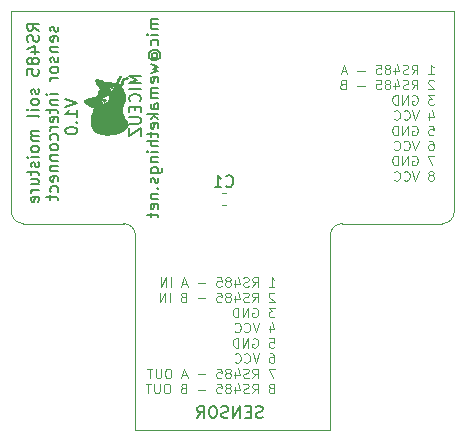
<source format=gbr>
G04 #@! TF.GenerationSoftware,KiCad,Pcbnew,5.99.0-unknown-06c979d~86~ubuntu18.04.1*
G04 #@! TF.CreationDate,2020-01-24T15:10:46+02:00*
G04 #@! TF.ProjectId,interconnect,696e7465-7263-46f6-9e6e-6563742e6b69,rev?*
G04 #@! TF.SameCoordinates,Original*
G04 #@! TF.FileFunction,Legend,Bot*
G04 #@! TF.FilePolarity,Positive*
%FSLAX46Y46*%
G04 Gerber Fmt 4.6, Leading zero omitted, Abs format (unit mm)*
G04 Created by KiCad (PCBNEW 5.99.0-unknown-06c979d~86~ubuntu18.04.1) date 2020-01-24 15:10:46*
%MOMM*%
%LPD*%
G04 APERTURE LIST*
%ADD10C,0.120000*%
%ADD11C,0.150000*%
%ADD12C,0.050000*%
%ADD13C,0.010000*%
%ADD14C,1.602000*%
%ADD15R,1.602000X1.602000*%
%ADD16C,3.302000*%
G04 APERTURE END LIST*
D10*
X113812476Y-102853904D02*
X114269619Y-102853904D01*
X114041047Y-102853904D02*
X114041047Y-102053904D01*
X114117238Y-102168190D01*
X114193428Y-102244380D01*
X114269619Y-102282476D01*
X112402952Y-102853904D02*
X112669619Y-102472952D01*
X112860095Y-102853904D02*
X112860095Y-102053904D01*
X112555333Y-102053904D01*
X112479142Y-102092000D01*
X112441047Y-102130095D01*
X112402952Y-102206285D01*
X112402952Y-102320571D01*
X112441047Y-102396761D01*
X112479142Y-102434857D01*
X112555333Y-102472952D01*
X112860095Y-102472952D01*
X112098190Y-102815809D02*
X111983904Y-102853904D01*
X111793428Y-102853904D01*
X111717238Y-102815809D01*
X111679142Y-102777714D01*
X111641047Y-102701523D01*
X111641047Y-102625333D01*
X111679142Y-102549142D01*
X111717238Y-102511047D01*
X111793428Y-102472952D01*
X111945809Y-102434857D01*
X112022000Y-102396761D01*
X112060095Y-102358666D01*
X112098190Y-102282476D01*
X112098190Y-102206285D01*
X112060095Y-102130095D01*
X112022000Y-102092000D01*
X111945809Y-102053904D01*
X111755333Y-102053904D01*
X111641047Y-102092000D01*
X110955333Y-102320571D02*
X110955333Y-102853904D01*
X111145809Y-102015809D02*
X111336285Y-102587238D01*
X110841047Y-102587238D01*
X110422000Y-102396761D02*
X110498190Y-102358666D01*
X110536285Y-102320571D01*
X110574380Y-102244380D01*
X110574380Y-102206285D01*
X110536285Y-102130095D01*
X110498190Y-102092000D01*
X110422000Y-102053904D01*
X110269619Y-102053904D01*
X110193428Y-102092000D01*
X110155333Y-102130095D01*
X110117238Y-102206285D01*
X110117238Y-102244380D01*
X110155333Y-102320571D01*
X110193428Y-102358666D01*
X110269619Y-102396761D01*
X110422000Y-102396761D01*
X110498190Y-102434857D01*
X110536285Y-102472952D01*
X110574380Y-102549142D01*
X110574380Y-102701523D01*
X110536285Y-102777714D01*
X110498190Y-102815809D01*
X110422000Y-102853904D01*
X110269619Y-102853904D01*
X110193428Y-102815809D01*
X110155333Y-102777714D01*
X110117238Y-102701523D01*
X110117238Y-102549142D01*
X110155333Y-102472952D01*
X110193428Y-102434857D01*
X110269619Y-102396761D01*
X109393428Y-102053904D02*
X109774380Y-102053904D01*
X109812476Y-102434857D01*
X109774380Y-102396761D01*
X109698190Y-102358666D01*
X109507714Y-102358666D01*
X109431523Y-102396761D01*
X109393428Y-102434857D01*
X109355333Y-102511047D01*
X109355333Y-102701523D01*
X109393428Y-102777714D01*
X109431523Y-102815809D01*
X109507714Y-102853904D01*
X109698190Y-102853904D01*
X109774380Y-102815809D01*
X109812476Y-102777714D01*
X108402952Y-102549142D02*
X107793428Y-102549142D01*
X106841047Y-102625333D02*
X106460095Y-102625333D01*
X106917238Y-102853904D02*
X106650571Y-102053904D01*
X106383904Y-102853904D01*
X105507714Y-102853904D02*
X105507714Y-102053904D01*
X105126761Y-102853904D02*
X105126761Y-102053904D01*
X104669619Y-102853904D01*
X104669619Y-102053904D01*
X114269619Y-103418095D02*
X114231523Y-103380000D01*
X114155333Y-103341904D01*
X113964857Y-103341904D01*
X113888666Y-103380000D01*
X113850571Y-103418095D01*
X113812476Y-103494285D01*
X113812476Y-103570476D01*
X113850571Y-103684761D01*
X114307714Y-104141904D01*
X113812476Y-104141904D01*
X112402952Y-104141904D02*
X112669619Y-103760952D01*
X112860095Y-104141904D02*
X112860095Y-103341904D01*
X112555333Y-103341904D01*
X112479142Y-103380000D01*
X112441047Y-103418095D01*
X112402952Y-103494285D01*
X112402952Y-103608571D01*
X112441047Y-103684761D01*
X112479142Y-103722857D01*
X112555333Y-103760952D01*
X112860095Y-103760952D01*
X112098190Y-104103809D02*
X111983904Y-104141904D01*
X111793428Y-104141904D01*
X111717238Y-104103809D01*
X111679142Y-104065714D01*
X111641047Y-103989523D01*
X111641047Y-103913333D01*
X111679142Y-103837142D01*
X111717238Y-103799047D01*
X111793428Y-103760952D01*
X111945809Y-103722857D01*
X112022000Y-103684761D01*
X112060095Y-103646666D01*
X112098190Y-103570476D01*
X112098190Y-103494285D01*
X112060095Y-103418095D01*
X112022000Y-103380000D01*
X111945809Y-103341904D01*
X111755333Y-103341904D01*
X111641047Y-103380000D01*
X110955333Y-103608571D02*
X110955333Y-104141904D01*
X111145809Y-103303809D02*
X111336285Y-103875238D01*
X110841047Y-103875238D01*
X110422000Y-103684761D02*
X110498190Y-103646666D01*
X110536285Y-103608571D01*
X110574380Y-103532380D01*
X110574380Y-103494285D01*
X110536285Y-103418095D01*
X110498190Y-103380000D01*
X110422000Y-103341904D01*
X110269619Y-103341904D01*
X110193428Y-103380000D01*
X110155333Y-103418095D01*
X110117238Y-103494285D01*
X110117238Y-103532380D01*
X110155333Y-103608571D01*
X110193428Y-103646666D01*
X110269619Y-103684761D01*
X110422000Y-103684761D01*
X110498190Y-103722857D01*
X110536285Y-103760952D01*
X110574380Y-103837142D01*
X110574380Y-103989523D01*
X110536285Y-104065714D01*
X110498190Y-104103809D01*
X110422000Y-104141904D01*
X110269619Y-104141904D01*
X110193428Y-104103809D01*
X110155333Y-104065714D01*
X110117238Y-103989523D01*
X110117238Y-103837142D01*
X110155333Y-103760952D01*
X110193428Y-103722857D01*
X110269619Y-103684761D01*
X109393428Y-103341904D02*
X109774380Y-103341904D01*
X109812476Y-103722857D01*
X109774380Y-103684761D01*
X109698190Y-103646666D01*
X109507714Y-103646666D01*
X109431523Y-103684761D01*
X109393428Y-103722857D01*
X109355333Y-103799047D01*
X109355333Y-103989523D01*
X109393428Y-104065714D01*
X109431523Y-104103809D01*
X109507714Y-104141904D01*
X109698190Y-104141904D01*
X109774380Y-104103809D01*
X109812476Y-104065714D01*
X108402952Y-103837142D02*
X107793428Y-103837142D01*
X106536285Y-103722857D02*
X106422000Y-103760952D01*
X106383904Y-103799047D01*
X106345809Y-103875238D01*
X106345809Y-103989523D01*
X106383904Y-104065714D01*
X106422000Y-104103809D01*
X106498190Y-104141904D01*
X106802952Y-104141904D01*
X106802952Y-103341904D01*
X106536285Y-103341904D01*
X106460095Y-103380000D01*
X106422000Y-103418095D01*
X106383904Y-103494285D01*
X106383904Y-103570476D01*
X106422000Y-103646666D01*
X106460095Y-103684761D01*
X106536285Y-103722857D01*
X106802952Y-103722857D01*
X105393428Y-104141904D02*
X105393428Y-103341904D01*
X105012476Y-104141904D02*
X105012476Y-103341904D01*
X104555333Y-104141904D01*
X104555333Y-103341904D01*
X114307714Y-104629904D02*
X113812476Y-104629904D01*
X114079142Y-104934666D01*
X113964857Y-104934666D01*
X113888666Y-104972761D01*
X113850571Y-105010857D01*
X113812476Y-105087047D01*
X113812476Y-105277523D01*
X113850571Y-105353714D01*
X113888666Y-105391809D01*
X113964857Y-105429904D01*
X114193428Y-105429904D01*
X114269619Y-105391809D01*
X114307714Y-105353714D01*
X112441047Y-104668000D02*
X112517238Y-104629904D01*
X112631523Y-104629904D01*
X112745809Y-104668000D01*
X112822000Y-104744190D01*
X112860095Y-104820380D01*
X112898190Y-104972761D01*
X112898190Y-105087047D01*
X112860095Y-105239428D01*
X112822000Y-105315619D01*
X112745809Y-105391809D01*
X112631523Y-105429904D01*
X112555333Y-105429904D01*
X112441047Y-105391809D01*
X112402952Y-105353714D01*
X112402952Y-105087047D01*
X112555333Y-105087047D01*
X112060095Y-105429904D02*
X112060095Y-104629904D01*
X111602952Y-105429904D01*
X111602952Y-104629904D01*
X111222000Y-105429904D02*
X111222000Y-104629904D01*
X111031523Y-104629904D01*
X110917238Y-104668000D01*
X110841047Y-104744190D01*
X110802952Y-104820380D01*
X110764857Y-104972761D01*
X110764857Y-105087047D01*
X110802952Y-105239428D01*
X110841047Y-105315619D01*
X110917238Y-105391809D01*
X111031523Y-105429904D01*
X111222000Y-105429904D01*
X113888666Y-106184571D02*
X113888666Y-106717904D01*
X114079142Y-105879809D02*
X114269619Y-106451238D01*
X113774380Y-106451238D01*
X112974380Y-105917904D02*
X112707714Y-106717904D01*
X112441047Y-105917904D01*
X111717238Y-106641714D02*
X111755333Y-106679809D01*
X111869619Y-106717904D01*
X111945809Y-106717904D01*
X112060095Y-106679809D01*
X112136285Y-106603619D01*
X112174380Y-106527428D01*
X112212476Y-106375047D01*
X112212476Y-106260761D01*
X112174380Y-106108380D01*
X112136285Y-106032190D01*
X112060095Y-105956000D01*
X111945809Y-105917904D01*
X111869619Y-105917904D01*
X111755333Y-105956000D01*
X111717238Y-105994095D01*
X110917238Y-106641714D02*
X110955333Y-106679809D01*
X111069619Y-106717904D01*
X111145809Y-106717904D01*
X111260095Y-106679809D01*
X111336285Y-106603619D01*
X111374380Y-106527428D01*
X111412476Y-106375047D01*
X111412476Y-106260761D01*
X111374380Y-106108380D01*
X111336285Y-106032190D01*
X111260095Y-105956000D01*
X111145809Y-105917904D01*
X111069619Y-105917904D01*
X110955333Y-105956000D01*
X110917238Y-105994095D01*
X113850571Y-107205904D02*
X114231523Y-107205904D01*
X114269619Y-107586857D01*
X114231523Y-107548761D01*
X114155333Y-107510666D01*
X113964857Y-107510666D01*
X113888666Y-107548761D01*
X113850571Y-107586857D01*
X113812476Y-107663047D01*
X113812476Y-107853523D01*
X113850571Y-107929714D01*
X113888666Y-107967809D01*
X113964857Y-108005904D01*
X114155333Y-108005904D01*
X114231523Y-107967809D01*
X114269619Y-107929714D01*
X112441047Y-107244000D02*
X112517238Y-107205904D01*
X112631523Y-107205904D01*
X112745809Y-107244000D01*
X112822000Y-107320190D01*
X112860095Y-107396380D01*
X112898190Y-107548761D01*
X112898190Y-107663047D01*
X112860095Y-107815428D01*
X112822000Y-107891619D01*
X112745809Y-107967809D01*
X112631523Y-108005904D01*
X112555333Y-108005904D01*
X112441047Y-107967809D01*
X112402952Y-107929714D01*
X112402952Y-107663047D01*
X112555333Y-107663047D01*
X112060095Y-108005904D02*
X112060095Y-107205904D01*
X111602952Y-108005904D01*
X111602952Y-107205904D01*
X111222000Y-108005904D02*
X111222000Y-107205904D01*
X111031523Y-107205904D01*
X110917238Y-107244000D01*
X110841047Y-107320190D01*
X110802952Y-107396380D01*
X110764857Y-107548761D01*
X110764857Y-107663047D01*
X110802952Y-107815428D01*
X110841047Y-107891619D01*
X110917238Y-107967809D01*
X111031523Y-108005904D01*
X111222000Y-108005904D01*
X113888666Y-108493904D02*
X114041047Y-108493904D01*
X114117238Y-108532000D01*
X114155333Y-108570095D01*
X114231523Y-108684380D01*
X114269619Y-108836761D01*
X114269619Y-109141523D01*
X114231523Y-109217714D01*
X114193428Y-109255809D01*
X114117238Y-109293904D01*
X113964857Y-109293904D01*
X113888666Y-109255809D01*
X113850571Y-109217714D01*
X113812476Y-109141523D01*
X113812476Y-108951047D01*
X113850571Y-108874857D01*
X113888666Y-108836761D01*
X113964857Y-108798666D01*
X114117238Y-108798666D01*
X114193428Y-108836761D01*
X114231523Y-108874857D01*
X114269619Y-108951047D01*
X112974380Y-108493904D02*
X112707714Y-109293904D01*
X112441047Y-108493904D01*
X111717238Y-109217714D02*
X111755333Y-109255809D01*
X111869619Y-109293904D01*
X111945809Y-109293904D01*
X112060095Y-109255809D01*
X112136285Y-109179619D01*
X112174380Y-109103428D01*
X112212476Y-108951047D01*
X112212476Y-108836761D01*
X112174380Y-108684380D01*
X112136285Y-108608190D01*
X112060095Y-108532000D01*
X111945809Y-108493904D01*
X111869619Y-108493904D01*
X111755333Y-108532000D01*
X111717238Y-108570095D01*
X110917238Y-109217714D02*
X110955333Y-109255809D01*
X111069619Y-109293904D01*
X111145809Y-109293904D01*
X111260095Y-109255809D01*
X111336285Y-109179619D01*
X111374380Y-109103428D01*
X111412476Y-108951047D01*
X111412476Y-108836761D01*
X111374380Y-108684380D01*
X111336285Y-108608190D01*
X111260095Y-108532000D01*
X111145809Y-108493904D01*
X111069619Y-108493904D01*
X110955333Y-108532000D01*
X110917238Y-108570095D01*
X114307714Y-109781904D02*
X113774380Y-109781904D01*
X114117238Y-110581904D01*
X112402952Y-110581904D02*
X112669619Y-110200952D01*
X112860095Y-110581904D02*
X112860095Y-109781904D01*
X112555333Y-109781904D01*
X112479142Y-109820000D01*
X112441047Y-109858095D01*
X112402952Y-109934285D01*
X112402952Y-110048571D01*
X112441047Y-110124761D01*
X112479142Y-110162857D01*
X112555333Y-110200952D01*
X112860095Y-110200952D01*
X112098190Y-110543809D02*
X111983904Y-110581904D01*
X111793428Y-110581904D01*
X111717238Y-110543809D01*
X111679142Y-110505714D01*
X111641047Y-110429523D01*
X111641047Y-110353333D01*
X111679142Y-110277142D01*
X111717238Y-110239047D01*
X111793428Y-110200952D01*
X111945809Y-110162857D01*
X112022000Y-110124761D01*
X112060095Y-110086666D01*
X112098190Y-110010476D01*
X112098190Y-109934285D01*
X112060095Y-109858095D01*
X112022000Y-109820000D01*
X111945809Y-109781904D01*
X111755333Y-109781904D01*
X111641047Y-109820000D01*
X110955333Y-110048571D02*
X110955333Y-110581904D01*
X111145809Y-109743809D02*
X111336285Y-110315238D01*
X110841047Y-110315238D01*
X110422000Y-110124761D02*
X110498190Y-110086666D01*
X110536285Y-110048571D01*
X110574380Y-109972380D01*
X110574380Y-109934285D01*
X110536285Y-109858095D01*
X110498190Y-109820000D01*
X110422000Y-109781904D01*
X110269619Y-109781904D01*
X110193428Y-109820000D01*
X110155333Y-109858095D01*
X110117238Y-109934285D01*
X110117238Y-109972380D01*
X110155333Y-110048571D01*
X110193428Y-110086666D01*
X110269619Y-110124761D01*
X110422000Y-110124761D01*
X110498190Y-110162857D01*
X110536285Y-110200952D01*
X110574380Y-110277142D01*
X110574380Y-110429523D01*
X110536285Y-110505714D01*
X110498190Y-110543809D01*
X110422000Y-110581904D01*
X110269619Y-110581904D01*
X110193428Y-110543809D01*
X110155333Y-110505714D01*
X110117238Y-110429523D01*
X110117238Y-110277142D01*
X110155333Y-110200952D01*
X110193428Y-110162857D01*
X110269619Y-110124761D01*
X109393428Y-109781904D02*
X109774380Y-109781904D01*
X109812476Y-110162857D01*
X109774380Y-110124761D01*
X109698190Y-110086666D01*
X109507714Y-110086666D01*
X109431523Y-110124761D01*
X109393428Y-110162857D01*
X109355333Y-110239047D01*
X109355333Y-110429523D01*
X109393428Y-110505714D01*
X109431523Y-110543809D01*
X109507714Y-110581904D01*
X109698190Y-110581904D01*
X109774380Y-110543809D01*
X109812476Y-110505714D01*
X108402952Y-110277142D02*
X107793428Y-110277142D01*
X106841047Y-110353333D02*
X106460095Y-110353333D01*
X106917238Y-110581904D02*
X106650571Y-109781904D01*
X106383904Y-110581904D01*
X105355333Y-109781904D02*
X105202952Y-109781904D01*
X105126761Y-109820000D01*
X105050571Y-109896190D01*
X105012476Y-110048571D01*
X105012476Y-110315238D01*
X105050571Y-110467619D01*
X105126761Y-110543809D01*
X105202952Y-110581904D01*
X105355333Y-110581904D01*
X105431523Y-110543809D01*
X105507714Y-110467619D01*
X105545809Y-110315238D01*
X105545809Y-110048571D01*
X105507714Y-109896190D01*
X105431523Y-109820000D01*
X105355333Y-109781904D01*
X104669619Y-109781904D02*
X104669619Y-110429523D01*
X104631523Y-110505714D01*
X104593428Y-110543809D01*
X104517238Y-110581904D01*
X104364857Y-110581904D01*
X104288666Y-110543809D01*
X104250571Y-110505714D01*
X104212476Y-110429523D01*
X104212476Y-109781904D01*
X103945809Y-109781904D02*
X103488666Y-109781904D01*
X103717238Y-110581904D02*
X103717238Y-109781904D01*
X114117238Y-111412761D02*
X114193428Y-111374666D01*
X114231523Y-111336571D01*
X114269619Y-111260380D01*
X114269619Y-111222285D01*
X114231523Y-111146095D01*
X114193428Y-111108000D01*
X114117238Y-111069904D01*
X113964857Y-111069904D01*
X113888666Y-111108000D01*
X113850571Y-111146095D01*
X113812476Y-111222285D01*
X113812476Y-111260380D01*
X113850571Y-111336571D01*
X113888666Y-111374666D01*
X113964857Y-111412761D01*
X114117238Y-111412761D01*
X114193428Y-111450857D01*
X114231523Y-111488952D01*
X114269619Y-111565142D01*
X114269619Y-111717523D01*
X114231523Y-111793714D01*
X114193428Y-111831809D01*
X114117238Y-111869904D01*
X113964857Y-111869904D01*
X113888666Y-111831809D01*
X113850571Y-111793714D01*
X113812476Y-111717523D01*
X113812476Y-111565142D01*
X113850571Y-111488952D01*
X113888666Y-111450857D01*
X113964857Y-111412761D01*
X112402952Y-111869904D02*
X112669619Y-111488952D01*
X112860095Y-111869904D02*
X112860095Y-111069904D01*
X112555333Y-111069904D01*
X112479142Y-111108000D01*
X112441047Y-111146095D01*
X112402952Y-111222285D01*
X112402952Y-111336571D01*
X112441047Y-111412761D01*
X112479142Y-111450857D01*
X112555333Y-111488952D01*
X112860095Y-111488952D01*
X112098190Y-111831809D02*
X111983904Y-111869904D01*
X111793428Y-111869904D01*
X111717238Y-111831809D01*
X111679142Y-111793714D01*
X111641047Y-111717523D01*
X111641047Y-111641333D01*
X111679142Y-111565142D01*
X111717238Y-111527047D01*
X111793428Y-111488952D01*
X111945809Y-111450857D01*
X112022000Y-111412761D01*
X112060095Y-111374666D01*
X112098190Y-111298476D01*
X112098190Y-111222285D01*
X112060095Y-111146095D01*
X112022000Y-111108000D01*
X111945809Y-111069904D01*
X111755333Y-111069904D01*
X111641047Y-111108000D01*
X110955333Y-111336571D02*
X110955333Y-111869904D01*
X111145809Y-111031809D02*
X111336285Y-111603238D01*
X110841047Y-111603238D01*
X110422000Y-111412761D02*
X110498190Y-111374666D01*
X110536285Y-111336571D01*
X110574380Y-111260380D01*
X110574380Y-111222285D01*
X110536285Y-111146095D01*
X110498190Y-111108000D01*
X110422000Y-111069904D01*
X110269619Y-111069904D01*
X110193428Y-111108000D01*
X110155333Y-111146095D01*
X110117238Y-111222285D01*
X110117238Y-111260380D01*
X110155333Y-111336571D01*
X110193428Y-111374666D01*
X110269619Y-111412761D01*
X110422000Y-111412761D01*
X110498190Y-111450857D01*
X110536285Y-111488952D01*
X110574380Y-111565142D01*
X110574380Y-111717523D01*
X110536285Y-111793714D01*
X110498190Y-111831809D01*
X110422000Y-111869904D01*
X110269619Y-111869904D01*
X110193428Y-111831809D01*
X110155333Y-111793714D01*
X110117238Y-111717523D01*
X110117238Y-111565142D01*
X110155333Y-111488952D01*
X110193428Y-111450857D01*
X110269619Y-111412761D01*
X109393428Y-111069904D02*
X109774380Y-111069904D01*
X109812476Y-111450857D01*
X109774380Y-111412761D01*
X109698190Y-111374666D01*
X109507714Y-111374666D01*
X109431523Y-111412761D01*
X109393428Y-111450857D01*
X109355333Y-111527047D01*
X109355333Y-111717523D01*
X109393428Y-111793714D01*
X109431523Y-111831809D01*
X109507714Y-111869904D01*
X109698190Y-111869904D01*
X109774380Y-111831809D01*
X109812476Y-111793714D01*
X108402952Y-111565142D02*
X107793428Y-111565142D01*
X106536285Y-111450857D02*
X106422000Y-111488952D01*
X106383904Y-111527047D01*
X106345809Y-111603238D01*
X106345809Y-111717523D01*
X106383904Y-111793714D01*
X106422000Y-111831809D01*
X106498190Y-111869904D01*
X106802952Y-111869904D01*
X106802952Y-111069904D01*
X106536285Y-111069904D01*
X106460095Y-111108000D01*
X106422000Y-111146095D01*
X106383904Y-111222285D01*
X106383904Y-111298476D01*
X106422000Y-111374666D01*
X106460095Y-111412761D01*
X106536285Y-111450857D01*
X106802952Y-111450857D01*
X105241047Y-111069904D02*
X105088666Y-111069904D01*
X105012476Y-111108000D01*
X104936285Y-111184190D01*
X104898190Y-111336571D01*
X104898190Y-111603238D01*
X104936285Y-111755619D01*
X105012476Y-111831809D01*
X105088666Y-111869904D01*
X105241047Y-111869904D01*
X105317238Y-111831809D01*
X105393428Y-111755619D01*
X105431523Y-111603238D01*
X105431523Y-111336571D01*
X105393428Y-111184190D01*
X105317238Y-111108000D01*
X105241047Y-111069904D01*
X104555333Y-111069904D02*
X104555333Y-111717523D01*
X104517238Y-111793714D01*
X104479142Y-111831809D01*
X104402952Y-111869904D01*
X104250571Y-111869904D01*
X104174380Y-111831809D01*
X104136285Y-111793714D01*
X104098190Y-111717523D01*
X104098190Y-111069904D01*
X103831523Y-111069904D02*
X103374380Y-111069904D01*
X103602952Y-111869904D02*
X103602952Y-111069904D01*
X127312476Y-84853904D02*
X127769619Y-84853904D01*
X127541047Y-84853904D02*
X127541047Y-84053904D01*
X127617238Y-84168190D01*
X127693428Y-84244380D01*
X127769619Y-84282476D01*
X125902952Y-84853904D02*
X126169619Y-84472952D01*
X126360095Y-84853904D02*
X126360095Y-84053904D01*
X126055333Y-84053904D01*
X125979142Y-84092000D01*
X125941047Y-84130095D01*
X125902952Y-84206285D01*
X125902952Y-84320571D01*
X125941047Y-84396761D01*
X125979142Y-84434857D01*
X126055333Y-84472952D01*
X126360095Y-84472952D01*
X125598190Y-84815809D02*
X125483904Y-84853904D01*
X125293428Y-84853904D01*
X125217238Y-84815809D01*
X125179142Y-84777714D01*
X125141047Y-84701523D01*
X125141047Y-84625333D01*
X125179142Y-84549142D01*
X125217238Y-84511047D01*
X125293428Y-84472952D01*
X125445809Y-84434857D01*
X125522000Y-84396761D01*
X125560095Y-84358666D01*
X125598190Y-84282476D01*
X125598190Y-84206285D01*
X125560095Y-84130095D01*
X125522000Y-84092000D01*
X125445809Y-84053904D01*
X125255333Y-84053904D01*
X125141047Y-84092000D01*
X124455333Y-84320571D02*
X124455333Y-84853904D01*
X124645809Y-84015809D02*
X124836285Y-84587238D01*
X124341047Y-84587238D01*
X123922000Y-84396761D02*
X123998190Y-84358666D01*
X124036285Y-84320571D01*
X124074380Y-84244380D01*
X124074380Y-84206285D01*
X124036285Y-84130095D01*
X123998190Y-84092000D01*
X123922000Y-84053904D01*
X123769619Y-84053904D01*
X123693428Y-84092000D01*
X123655333Y-84130095D01*
X123617238Y-84206285D01*
X123617238Y-84244380D01*
X123655333Y-84320571D01*
X123693428Y-84358666D01*
X123769619Y-84396761D01*
X123922000Y-84396761D01*
X123998190Y-84434857D01*
X124036285Y-84472952D01*
X124074380Y-84549142D01*
X124074380Y-84701523D01*
X124036285Y-84777714D01*
X123998190Y-84815809D01*
X123922000Y-84853904D01*
X123769619Y-84853904D01*
X123693428Y-84815809D01*
X123655333Y-84777714D01*
X123617238Y-84701523D01*
X123617238Y-84549142D01*
X123655333Y-84472952D01*
X123693428Y-84434857D01*
X123769619Y-84396761D01*
X122893428Y-84053904D02*
X123274380Y-84053904D01*
X123312476Y-84434857D01*
X123274380Y-84396761D01*
X123198190Y-84358666D01*
X123007714Y-84358666D01*
X122931523Y-84396761D01*
X122893428Y-84434857D01*
X122855333Y-84511047D01*
X122855333Y-84701523D01*
X122893428Y-84777714D01*
X122931523Y-84815809D01*
X123007714Y-84853904D01*
X123198190Y-84853904D01*
X123274380Y-84815809D01*
X123312476Y-84777714D01*
X121902952Y-84549142D02*
X121293428Y-84549142D01*
X120341047Y-84625333D02*
X119960095Y-84625333D01*
X120417238Y-84853904D02*
X120150571Y-84053904D01*
X119883904Y-84853904D01*
X127769619Y-85418095D02*
X127731523Y-85380000D01*
X127655333Y-85341904D01*
X127464857Y-85341904D01*
X127388666Y-85380000D01*
X127350571Y-85418095D01*
X127312476Y-85494285D01*
X127312476Y-85570476D01*
X127350571Y-85684761D01*
X127807714Y-86141904D01*
X127312476Y-86141904D01*
X125902952Y-86141904D02*
X126169619Y-85760952D01*
X126360095Y-86141904D02*
X126360095Y-85341904D01*
X126055333Y-85341904D01*
X125979142Y-85380000D01*
X125941047Y-85418095D01*
X125902952Y-85494285D01*
X125902952Y-85608571D01*
X125941047Y-85684761D01*
X125979142Y-85722857D01*
X126055333Y-85760952D01*
X126360095Y-85760952D01*
X125598190Y-86103809D02*
X125483904Y-86141904D01*
X125293428Y-86141904D01*
X125217238Y-86103809D01*
X125179142Y-86065714D01*
X125141047Y-85989523D01*
X125141047Y-85913333D01*
X125179142Y-85837142D01*
X125217238Y-85799047D01*
X125293428Y-85760952D01*
X125445809Y-85722857D01*
X125522000Y-85684761D01*
X125560095Y-85646666D01*
X125598190Y-85570476D01*
X125598190Y-85494285D01*
X125560095Y-85418095D01*
X125522000Y-85380000D01*
X125445809Y-85341904D01*
X125255333Y-85341904D01*
X125141047Y-85380000D01*
X124455333Y-85608571D02*
X124455333Y-86141904D01*
X124645809Y-85303809D02*
X124836285Y-85875238D01*
X124341047Y-85875238D01*
X123922000Y-85684761D02*
X123998190Y-85646666D01*
X124036285Y-85608571D01*
X124074380Y-85532380D01*
X124074380Y-85494285D01*
X124036285Y-85418095D01*
X123998190Y-85380000D01*
X123922000Y-85341904D01*
X123769619Y-85341904D01*
X123693428Y-85380000D01*
X123655333Y-85418095D01*
X123617238Y-85494285D01*
X123617238Y-85532380D01*
X123655333Y-85608571D01*
X123693428Y-85646666D01*
X123769619Y-85684761D01*
X123922000Y-85684761D01*
X123998190Y-85722857D01*
X124036285Y-85760952D01*
X124074380Y-85837142D01*
X124074380Y-85989523D01*
X124036285Y-86065714D01*
X123998190Y-86103809D01*
X123922000Y-86141904D01*
X123769619Y-86141904D01*
X123693428Y-86103809D01*
X123655333Y-86065714D01*
X123617238Y-85989523D01*
X123617238Y-85837142D01*
X123655333Y-85760952D01*
X123693428Y-85722857D01*
X123769619Y-85684761D01*
X122893428Y-85341904D02*
X123274380Y-85341904D01*
X123312476Y-85722857D01*
X123274380Y-85684761D01*
X123198190Y-85646666D01*
X123007714Y-85646666D01*
X122931523Y-85684761D01*
X122893428Y-85722857D01*
X122855333Y-85799047D01*
X122855333Y-85989523D01*
X122893428Y-86065714D01*
X122931523Y-86103809D01*
X123007714Y-86141904D01*
X123198190Y-86141904D01*
X123274380Y-86103809D01*
X123312476Y-86065714D01*
X121902952Y-85837142D02*
X121293428Y-85837142D01*
X120036285Y-85722857D02*
X119922000Y-85760952D01*
X119883904Y-85799047D01*
X119845809Y-85875238D01*
X119845809Y-85989523D01*
X119883904Y-86065714D01*
X119922000Y-86103809D01*
X119998190Y-86141904D01*
X120302952Y-86141904D01*
X120302952Y-85341904D01*
X120036285Y-85341904D01*
X119960095Y-85380000D01*
X119922000Y-85418095D01*
X119883904Y-85494285D01*
X119883904Y-85570476D01*
X119922000Y-85646666D01*
X119960095Y-85684761D01*
X120036285Y-85722857D01*
X120302952Y-85722857D01*
X127807714Y-86629904D02*
X127312476Y-86629904D01*
X127579142Y-86934666D01*
X127464857Y-86934666D01*
X127388666Y-86972761D01*
X127350571Y-87010857D01*
X127312476Y-87087047D01*
X127312476Y-87277523D01*
X127350571Y-87353714D01*
X127388666Y-87391809D01*
X127464857Y-87429904D01*
X127693428Y-87429904D01*
X127769619Y-87391809D01*
X127807714Y-87353714D01*
X125941047Y-86668000D02*
X126017238Y-86629904D01*
X126131523Y-86629904D01*
X126245809Y-86668000D01*
X126322000Y-86744190D01*
X126360095Y-86820380D01*
X126398190Y-86972761D01*
X126398190Y-87087047D01*
X126360095Y-87239428D01*
X126322000Y-87315619D01*
X126245809Y-87391809D01*
X126131523Y-87429904D01*
X126055333Y-87429904D01*
X125941047Y-87391809D01*
X125902952Y-87353714D01*
X125902952Y-87087047D01*
X126055333Y-87087047D01*
X125560095Y-87429904D02*
X125560095Y-86629904D01*
X125102952Y-87429904D01*
X125102952Y-86629904D01*
X124722000Y-87429904D02*
X124722000Y-86629904D01*
X124531523Y-86629904D01*
X124417238Y-86668000D01*
X124341047Y-86744190D01*
X124302952Y-86820380D01*
X124264857Y-86972761D01*
X124264857Y-87087047D01*
X124302952Y-87239428D01*
X124341047Y-87315619D01*
X124417238Y-87391809D01*
X124531523Y-87429904D01*
X124722000Y-87429904D01*
X127388666Y-88184571D02*
X127388666Y-88717904D01*
X127579142Y-87879809D02*
X127769619Y-88451238D01*
X127274380Y-88451238D01*
X126474380Y-87917904D02*
X126207714Y-88717904D01*
X125941047Y-87917904D01*
X125217238Y-88641714D02*
X125255333Y-88679809D01*
X125369619Y-88717904D01*
X125445809Y-88717904D01*
X125560095Y-88679809D01*
X125636285Y-88603619D01*
X125674380Y-88527428D01*
X125712476Y-88375047D01*
X125712476Y-88260761D01*
X125674380Y-88108380D01*
X125636285Y-88032190D01*
X125560095Y-87956000D01*
X125445809Y-87917904D01*
X125369619Y-87917904D01*
X125255333Y-87956000D01*
X125217238Y-87994095D01*
X124417238Y-88641714D02*
X124455333Y-88679809D01*
X124569619Y-88717904D01*
X124645809Y-88717904D01*
X124760095Y-88679809D01*
X124836285Y-88603619D01*
X124874380Y-88527428D01*
X124912476Y-88375047D01*
X124912476Y-88260761D01*
X124874380Y-88108380D01*
X124836285Y-88032190D01*
X124760095Y-87956000D01*
X124645809Y-87917904D01*
X124569619Y-87917904D01*
X124455333Y-87956000D01*
X124417238Y-87994095D01*
X127350571Y-89205904D02*
X127731523Y-89205904D01*
X127769619Y-89586857D01*
X127731523Y-89548761D01*
X127655333Y-89510666D01*
X127464857Y-89510666D01*
X127388666Y-89548761D01*
X127350571Y-89586857D01*
X127312476Y-89663047D01*
X127312476Y-89853523D01*
X127350571Y-89929714D01*
X127388666Y-89967809D01*
X127464857Y-90005904D01*
X127655333Y-90005904D01*
X127731523Y-89967809D01*
X127769619Y-89929714D01*
X125941047Y-89244000D02*
X126017238Y-89205904D01*
X126131523Y-89205904D01*
X126245809Y-89244000D01*
X126322000Y-89320190D01*
X126360095Y-89396380D01*
X126398190Y-89548761D01*
X126398190Y-89663047D01*
X126360095Y-89815428D01*
X126322000Y-89891619D01*
X126245809Y-89967809D01*
X126131523Y-90005904D01*
X126055333Y-90005904D01*
X125941047Y-89967809D01*
X125902952Y-89929714D01*
X125902952Y-89663047D01*
X126055333Y-89663047D01*
X125560095Y-90005904D02*
X125560095Y-89205904D01*
X125102952Y-90005904D01*
X125102952Y-89205904D01*
X124722000Y-90005904D02*
X124722000Y-89205904D01*
X124531523Y-89205904D01*
X124417238Y-89244000D01*
X124341047Y-89320190D01*
X124302952Y-89396380D01*
X124264857Y-89548761D01*
X124264857Y-89663047D01*
X124302952Y-89815428D01*
X124341047Y-89891619D01*
X124417238Y-89967809D01*
X124531523Y-90005904D01*
X124722000Y-90005904D01*
X127388666Y-90493904D02*
X127541047Y-90493904D01*
X127617238Y-90532000D01*
X127655333Y-90570095D01*
X127731523Y-90684380D01*
X127769619Y-90836761D01*
X127769619Y-91141523D01*
X127731523Y-91217714D01*
X127693428Y-91255809D01*
X127617238Y-91293904D01*
X127464857Y-91293904D01*
X127388666Y-91255809D01*
X127350571Y-91217714D01*
X127312476Y-91141523D01*
X127312476Y-90951047D01*
X127350571Y-90874857D01*
X127388666Y-90836761D01*
X127464857Y-90798666D01*
X127617238Y-90798666D01*
X127693428Y-90836761D01*
X127731523Y-90874857D01*
X127769619Y-90951047D01*
X126474380Y-90493904D02*
X126207714Y-91293904D01*
X125941047Y-90493904D01*
X125217238Y-91217714D02*
X125255333Y-91255809D01*
X125369619Y-91293904D01*
X125445809Y-91293904D01*
X125560095Y-91255809D01*
X125636285Y-91179619D01*
X125674380Y-91103428D01*
X125712476Y-90951047D01*
X125712476Y-90836761D01*
X125674380Y-90684380D01*
X125636285Y-90608190D01*
X125560095Y-90532000D01*
X125445809Y-90493904D01*
X125369619Y-90493904D01*
X125255333Y-90532000D01*
X125217238Y-90570095D01*
X124417238Y-91217714D02*
X124455333Y-91255809D01*
X124569619Y-91293904D01*
X124645809Y-91293904D01*
X124760095Y-91255809D01*
X124836285Y-91179619D01*
X124874380Y-91103428D01*
X124912476Y-90951047D01*
X124912476Y-90836761D01*
X124874380Y-90684380D01*
X124836285Y-90608190D01*
X124760095Y-90532000D01*
X124645809Y-90493904D01*
X124569619Y-90493904D01*
X124455333Y-90532000D01*
X124417238Y-90570095D01*
X127807714Y-91781904D02*
X127274380Y-91781904D01*
X127617238Y-92581904D01*
X125941047Y-91820000D02*
X126017238Y-91781904D01*
X126131523Y-91781904D01*
X126245809Y-91820000D01*
X126322000Y-91896190D01*
X126360095Y-91972380D01*
X126398190Y-92124761D01*
X126398190Y-92239047D01*
X126360095Y-92391428D01*
X126322000Y-92467619D01*
X126245809Y-92543809D01*
X126131523Y-92581904D01*
X126055333Y-92581904D01*
X125941047Y-92543809D01*
X125902952Y-92505714D01*
X125902952Y-92239047D01*
X126055333Y-92239047D01*
X125560095Y-92581904D02*
X125560095Y-91781904D01*
X125102952Y-92581904D01*
X125102952Y-91781904D01*
X124722000Y-92581904D02*
X124722000Y-91781904D01*
X124531523Y-91781904D01*
X124417238Y-91820000D01*
X124341047Y-91896190D01*
X124302952Y-91972380D01*
X124264857Y-92124761D01*
X124264857Y-92239047D01*
X124302952Y-92391428D01*
X124341047Y-92467619D01*
X124417238Y-92543809D01*
X124531523Y-92581904D01*
X124722000Y-92581904D01*
X127617238Y-93412761D02*
X127693428Y-93374666D01*
X127731523Y-93336571D01*
X127769619Y-93260380D01*
X127769619Y-93222285D01*
X127731523Y-93146095D01*
X127693428Y-93108000D01*
X127617238Y-93069904D01*
X127464857Y-93069904D01*
X127388666Y-93108000D01*
X127350571Y-93146095D01*
X127312476Y-93222285D01*
X127312476Y-93260380D01*
X127350571Y-93336571D01*
X127388666Y-93374666D01*
X127464857Y-93412761D01*
X127617238Y-93412761D01*
X127693428Y-93450857D01*
X127731523Y-93488952D01*
X127769619Y-93565142D01*
X127769619Y-93717523D01*
X127731523Y-93793714D01*
X127693428Y-93831809D01*
X127617238Y-93869904D01*
X127464857Y-93869904D01*
X127388666Y-93831809D01*
X127350571Y-93793714D01*
X127312476Y-93717523D01*
X127312476Y-93565142D01*
X127350571Y-93488952D01*
X127388666Y-93450857D01*
X127464857Y-93412761D01*
X126474380Y-93069904D02*
X126207714Y-93869904D01*
X125941047Y-93069904D01*
X125217238Y-93793714D02*
X125255333Y-93831809D01*
X125369619Y-93869904D01*
X125445809Y-93869904D01*
X125560095Y-93831809D01*
X125636285Y-93755619D01*
X125674380Y-93679428D01*
X125712476Y-93527047D01*
X125712476Y-93412761D01*
X125674380Y-93260380D01*
X125636285Y-93184190D01*
X125560095Y-93108000D01*
X125445809Y-93069904D01*
X125369619Y-93069904D01*
X125255333Y-93108000D01*
X125217238Y-93146095D01*
X124417238Y-93793714D02*
X124455333Y-93831809D01*
X124569619Y-93869904D01*
X124645809Y-93869904D01*
X124760095Y-93831809D01*
X124836285Y-93755619D01*
X124874380Y-93679428D01*
X124912476Y-93527047D01*
X124912476Y-93412761D01*
X124874380Y-93260380D01*
X124836285Y-93184190D01*
X124760095Y-93108000D01*
X124645809Y-93069904D01*
X124569619Y-93069904D01*
X124455333Y-93108000D01*
X124417238Y-93146095D01*
D11*
X104452380Y-80166666D02*
X103785714Y-80166666D01*
X103880952Y-80166666D02*
X103833333Y-80214285D01*
X103785714Y-80309523D01*
X103785714Y-80452380D01*
X103833333Y-80547619D01*
X103928571Y-80595238D01*
X104452380Y-80595238D01*
X103928571Y-80595238D02*
X103833333Y-80642857D01*
X103785714Y-80738095D01*
X103785714Y-80880952D01*
X103833333Y-80976190D01*
X103928571Y-81023809D01*
X104452380Y-81023809D01*
X104452380Y-81500000D02*
X103785714Y-81500000D01*
X103452380Y-81500000D02*
X103500000Y-81452380D01*
X103547619Y-81500000D01*
X103500000Y-81547619D01*
X103452380Y-81500000D01*
X103547619Y-81500000D01*
X104404761Y-82404761D02*
X104452380Y-82309523D01*
X104452380Y-82119047D01*
X104404761Y-82023809D01*
X104357142Y-81976190D01*
X104261904Y-81928571D01*
X103976190Y-81928571D01*
X103880952Y-81976190D01*
X103833333Y-82023809D01*
X103785714Y-82119047D01*
X103785714Y-82309523D01*
X103833333Y-82404761D01*
X103976190Y-83452380D02*
X103928571Y-83404761D01*
X103880952Y-83309523D01*
X103880952Y-83214285D01*
X103928571Y-83119047D01*
X103976190Y-83071428D01*
X104071428Y-83023809D01*
X104166666Y-83023809D01*
X104261904Y-83071428D01*
X104309523Y-83119047D01*
X104357142Y-83214285D01*
X104357142Y-83309523D01*
X104309523Y-83404761D01*
X104261904Y-83452380D01*
X103880952Y-83452380D02*
X104261904Y-83452380D01*
X104309523Y-83500000D01*
X104309523Y-83547619D01*
X104261904Y-83642857D01*
X104166666Y-83690476D01*
X103928571Y-83690476D01*
X103785714Y-83595238D01*
X103690476Y-83452380D01*
X103642857Y-83261904D01*
X103690476Y-83071428D01*
X103785714Y-82928571D01*
X103928571Y-82833333D01*
X104119047Y-82785714D01*
X104309523Y-82833333D01*
X104452380Y-82928571D01*
X104547619Y-83071428D01*
X104595238Y-83261904D01*
X104547619Y-83452380D01*
X104452380Y-83595238D01*
X103785714Y-84023809D02*
X104452380Y-84214285D01*
X103976190Y-84404761D01*
X104452380Y-84595238D01*
X103785714Y-84785714D01*
X104404761Y-85547619D02*
X104452380Y-85452380D01*
X104452380Y-85261904D01*
X104404761Y-85166666D01*
X104309523Y-85119047D01*
X103928571Y-85119047D01*
X103833333Y-85166666D01*
X103785714Y-85261904D01*
X103785714Y-85452380D01*
X103833333Y-85547619D01*
X103928571Y-85595238D01*
X104023809Y-85595238D01*
X104119047Y-85119047D01*
X104452380Y-86023809D02*
X103785714Y-86023809D01*
X103880952Y-86023809D02*
X103833333Y-86071428D01*
X103785714Y-86166666D01*
X103785714Y-86309523D01*
X103833333Y-86404761D01*
X103928571Y-86452380D01*
X104452380Y-86452380D01*
X103928571Y-86452380D02*
X103833333Y-86499999D01*
X103785714Y-86595238D01*
X103785714Y-86738095D01*
X103833333Y-86833333D01*
X103928571Y-86880952D01*
X104452380Y-86880952D01*
X104452380Y-87785714D02*
X103928571Y-87785714D01*
X103833333Y-87738095D01*
X103785714Y-87642857D01*
X103785714Y-87452380D01*
X103833333Y-87357142D01*
X104404761Y-87785714D02*
X104452380Y-87690476D01*
X104452380Y-87452380D01*
X104404761Y-87357142D01*
X104309523Y-87309523D01*
X104214285Y-87309523D01*
X104119047Y-87357142D01*
X104071428Y-87452380D01*
X104071428Y-87690476D01*
X104023809Y-87785714D01*
X104452380Y-88261904D02*
X103452380Y-88261904D01*
X104071428Y-88357142D02*
X104452380Y-88642857D01*
X103785714Y-88642857D02*
X104166666Y-88261904D01*
X104404761Y-89452380D02*
X104452380Y-89357142D01*
X104452380Y-89166666D01*
X104404761Y-89071428D01*
X104309523Y-89023809D01*
X103928571Y-89023809D01*
X103833333Y-89071428D01*
X103785714Y-89166666D01*
X103785714Y-89357142D01*
X103833333Y-89452380D01*
X103928571Y-89499999D01*
X104023809Y-89499999D01*
X104119047Y-89023809D01*
X103785714Y-89785714D02*
X103785714Y-90166666D01*
X103452380Y-89928571D02*
X104309523Y-89928571D01*
X104404761Y-89976190D01*
X104452380Y-90071428D01*
X104452380Y-90166666D01*
X104452380Y-90499999D02*
X103452380Y-90499999D01*
X104452380Y-90928571D02*
X103928571Y-90928571D01*
X103833333Y-90880952D01*
X103785714Y-90785714D01*
X103785714Y-90642857D01*
X103833333Y-90547619D01*
X103880952Y-90499999D01*
X104452380Y-91404761D02*
X103785714Y-91404761D01*
X103452380Y-91404761D02*
X103500000Y-91357142D01*
X103547619Y-91404761D01*
X103500000Y-91452380D01*
X103452380Y-91404761D01*
X103547619Y-91404761D01*
X103785714Y-91880952D02*
X104452380Y-91880952D01*
X103880952Y-91880952D02*
X103833333Y-91928571D01*
X103785714Y-92023809D01*
X103785714Y-92166666D01*
X103833333Y-92261904D01*
X103928571Y-92309523D01*
X104452380Y-92309523D01*
X103785714Y-93214285D02*
X104595238Y-93214285D01*
X104690476Y-93166666D01*
X104738095Y-93119047D01*
X104785714Y-93023809D01*
X104785714Y-92880952D01*
X104738095Y-92785714D01*
X104404761Y-93214285D02*
X104452380Y-93119047D01*
X104452380Y-92928571D01*
X104404761Y-92833333D01*
X104357142Y-92785714D01*
X104261904Y-92738095D01*
X103976190Y-92738095D01*
X103880952Y-92785714D01*
X103833333Y-92833333D01*
X103785714Y-92928571D01*
X103785714Y-93119047D01*
X103833333Y-93214285D01*
X104404761Y-93642857D02*
X104452380Y-93738095D01*
X104452380Y-93928571D01*
X104404761Y-94023809D01*
X104309523Y-94071428D01*
X104261904Y-94071428D01*
X104166666Y-94023809D01*
X104119047Y-93928571D01*
X104119047Y-93785714D01*
X104071428Y-93690476D01*
X103976190Y-93642857D01*
X103928571Y-93642857D01*
X103833333Y-93690476D01*
X103785714Y-93785714D01*
X103785714Y-93928571D01*
X103833333Y-94023809D01*
X104357142Y-94499999D02*
X104404761Y-94547619D01*
X104452380Y-94499999D01*
X104404761Y-94452380D01*
X104357142Y-94499999D01*
X104452380Y-94499999D01*
X103785714Y-94976190D02*
X104452380Y-94976190D01*
X103880952Y-94976190D02*
X103833333Y-95023809D01*
X103785714Y-95119047D01*
X103785714Y-95261904D01*
X103833333Y-95357142D01*
X103928571Y-95404761D01*
X104452380Y-95404761D01*
X104404761Y-96261904D02*
X104452380Y-96166666D01*
X104452380Y-95976190D01*
X104404761Y-95880952D01*
X104309523Y-95833333D01*
X103928571Y-95833333D01*
X103833333Y-95880952D01*
X103785714Y-95976190D01*
X103785714Y-96166666D01*
X103833333Y-96261904D01*
X103928571Y-96309523D01*
X104023809Y-96309523D01*
X104119047Y-95833333D01*
X103785714Y-96595238D02*
X103785714Y-96976190D01*
X103452380Y-96738095D02*
X104309523Y-96738095D01*
X104404761Y-96785714D01*
X104452380Y-96880952D01*
X104452380Y-96976190D01*
X102952380Y-84976190D02*
X101952380Y-84976190D01*
X102666666Y-85309523D01*
X101952380Y-85642857D01*
X102952380Y-85642857D01*
X102952380Y-86119047D02*
X101952380Y-86119047D01*
X102857142Y-87166666D02*
X102904761Y-87119047D01*
X102952380Y-86976190D01*
X102952380Y-86880952D01*
X102904761Y-86738095D01*
X102809523Y-86642857D01*
X102714285Y-86595238D01*
X102523809Y-86547619D01*
X102380952Y-86547619D01*
X102190476Y-86595238D01*
X102095238Y-86642857D01*
X102000000Y-86738095D01*
X101952380Y-86880952D01*
X101952380Y-86976190D01*
X102000000Y-87119047D01*
X102047619Y-87166666D01*
X102428571Y-87595238D02*
X102428571Y-87928571D01*
X102952380Y-88071428D02*
X102952380Y-87595238D01*
X101952380Y-87595238D01*
X101952380Y-88071428D01*
X101952380Y-88500000D02*
X102761904Y-88500000D01*
X102857142Y-88547619D01*
X102904761Y-88595238D01*
X102952380Y-88690476D01*
X102952380Y-88880952D01*
X102904761Y-88976190D01*
X102857142Y-89023809D01*
X102761904Y-89071428D01*
X101952380Y-89071428D01*
X101952380Y-89452380D02*
X101952380Y-90119047D01*
X102952380Y-89452380D01*
X102952380Y-90119047D01*
X94342380Y-81166666D02*
X93866190Y-80833333D01*
X94342380Y-80595238D02*
X93342380Y-80595238D01*
X93342380Y-80976190D01*
X93390000Y-81071428D01*
X93437619Y-81119047D01*
X93532857Y-81166666D01*
X93675714Y-81166666D01*
X93770952Y-81119047D01*
X93818571Y-81071428D01*
X93866190Y-80976190D01*
X93866190Y-80595238D01*
X94294761Y-81547619D02*
X94342380Y-81690476D01*
X94342380Y-81928571D01*
X94294761Y-82023809D01*
X94247142Y-82071428D01*
X94151904Y-82119047D01*
X94056666Y-82119047D01*
X93961428Y-82071428D01*
X93913809Y-82023809D01*
X93866190Y-81928571D01*
X93818571Y-81738095D01*
X93770952Y-81642857D01*
X93723333Y-81595238D01*
X93628095Y-81547619D01*
X93532857Y-81547619D01*
X93437619Y-81595238D01*
X93390000Y-81642857D01*
X93342380Y-81738095D01*
X93342380Y-81976190D01*
X93390000Y-82119047D01*
X93675714Y-82976190D02*
X94342380Y-82976190D01*
X93294761Y-82738095D02*
X94009047Y-82500000D01*
X94009047Y-83119047D01*
X93770952Y-83642857D02*
X93723333Y-83547619D01*
X93675714Y-83500000D01*
X93580476Y-83452380D01*
X93532857Y-83452380D01*
X93437619Y-83500000D01*
X93390000Y-83547619D01*
X93342380Y-83642857D01*
X93342380Y-83833333D01*
X93390000Y-83928571D01*
X93437619Y-83976190D01*
X93532857Y-84023809D01*
X93580476Y-84023809D01*
X93675714Y-83976190D01*
X93723333Y-83928571D01*
X93770952Y-83833333D01*
X93770952Y-83642857D01*
X93818571Y-83547619D01*
X93866190Y-83500000D01*
X93961428Y-83452380D01*
X94151904Y-83452380D01*
X94247142Y-83500000D01*
X94294761Y-83547619D01*
X94342380Y-83642857D01*
X94342380Y-83833333D01*
X94294761Y-83928571D01*
X94247142Y-83976190D01*
X94151904Y-84023809D01*
X93961428Y-84023809D01*
X93866190Y-83976190D01*
X93818571Y-83928571D01*
X93770952Y-83833333D01*
X93342380Y-84928571D02*
X93342380Y-84452380D01*
X93818571Y-84404761D01*
X93770952Y-84452380D01*
X93723333Y-84547619D01*
X93723333Y-84785714D01*
X93770952Y-84880952D01*
X93818571Y-84928571D01*
X93913809Y-84976190D01*
X94151904Y-84976190D01*
X94247142Y-84928571D01*
X94294761Y-84880952D01*
X94342380Y-84785714D01*
X94342380Y-84547619D01*
X94294761Y-84452380D01*
X94247142Y-84404761D01*
X94294761Y-86119047D02*
X94342380Y-86214285D01*
X94342380Y-86404761D01*
X94294761Y-86500000D01*
X94199523Y-86547619D01*
X94151904Y-86547619D01*
X94056666Y-86500000D01*
X94009047Y-86404761D01*
X94009047Y-86261904D01*
X93961428Y-86166666D01*
X93866190Y-86119047D01*
X93818571Y-86119047D01*
X93723333Y-86166666D01*
X93675714Y-86261904D01*
X93675714Y-86404761D01*
X93723333Y-86500000D01*
X94342380Y-87119047D02*
X94294761Y-87023809D01*
X94247142Y-86976190D01*
X94151904Y-86928571D01*
X93866190Y-86928571D01*
X93770952Y-86976190D01*
X93723333Y-87023809D01*
X93675714Y-87119047D01*
X93675714Y-87261904D01*
X93723333Y-87357142D01*
X93770952Y-87404761D01*
X93866190Y-87452380D01*
X94151904Y-87452380D01*
X94247142Y-87404761D01*
X94294761Y-87357142D01*
X94342380Y-87261904D01*
X94342380Y-87119047D01*
X94342380Y-87880952D02*
X93675714Y-87880952D01*
X93342380Y-87880952D02*
X93390000Y-87833333D01*
X93437619Y-87880952D01*
X93390000Y-87928571D01*
X93342380Y-87880952D01*
X93437619Y-87880952D01*
X94342380Y-88500000D02*
X94294761Y-88404761D01*
X94199523Y-88357142D01*
X93342380Y-88357142D01*
X94342380Y-89642857D02*
X93675714Y-89642857D01*
X93770952Y-89642857D02*
X93723333Y-89690476D01*
X93675714Y-89785714D01*
X93675714Y-89928571D01*
X93723333Y-90023809D01*
X93818571Y-90071428D01*
X94342380Y-90071428D01*
X93818571Y-90071428D02*
X93723333Y-90119047D01*
X93675714Y-90214285D01*
X93675714Y-90357142D01*
X93723333Y-90452380D01*
X93818571Y-90500000D01*
X94342380Y-90500000D01*
X94342380Y-91119047D02*
X94294761Y-91023809D01*
X94247142Y-90976190D01*
X94151904Y-90928571D01*
X93866190Y-90928571D01*
X93770952Y-90976190D01*
X93723333Y-91023809D01*
X93675714Y-91119047D01*
X93675714Y-91261904D01*
X93723333Y-91357142D01*
X93770952Y-91404761D01*
X93866190Y-91452380D01*
X94151904Y-91452380D01*
X94247142Y-91404761D01*
X94294761Y-91357142D01*
X94342380Y-91261904D01*
X94342380Y-91119047D01*
X94342380Y-91880952D02*
X93675714Y-91880952D01*
X93342380Y-91880952D02*
X93390000Y-91833333D01*
X93437619Y-91880952D01*
X93390000Y-91928571D01*
X93342380Y-91880952D01*
X93437619Y-91880952D01*
X94294761Y-92309523D02*
X94342380Y-92404761D01*
X94342380Y-92595238D01*
X94294761Y-92690476D01*
X94199523Y-92738095D01*
X94151904Y-92738095D01*
X94056666Y-92690476D01*
X94009047Y-92595238D01*
X94009047Y-92452380D01*
X93961428Y-92357142D01*
X93866190Y-92309523D01*
X93818571Y-92309523D01*
X93723333Y-92357142D01*
X93675714Y-92452380D01*
X93675714Y-92595238D01*
X93723333Y-92690476D01*
X93675714Y-93023809D02*
X93675714Y-93404761D01*
X93342380Y-93166666D02*
X94199523Y-93166666D01*
X94294761Y-93214285D01*
X94342380Y-93309523D01*
X94342380Y-93404761D01*
X93675714Y-94166666D02*
X94342380Y-94166666D01*
X93675714Y-93738095D02*
X94199523Y-93738095D01*
X94294761Y-93785714D01*
X94342380Y-93880952D01*
X94342380Y-94023809D01*
X94294761Y-94119047D01*
X94247142Y-94166666D01*
X94342380Y-94642857D02*
X93675714Y-94642857D01*
X93866190Y-94642857D02*
X93770952Y-94690476D01*
X93723333Y-94738095D01*
X93675714Y-94833333D01*
X93675714Y-94928571D01*
X94294761Y-95642857D02*
X94342380Y-95547619D01*
X94342380Y-95357142D01*
X94294761Y-95261904D01*
X94199523Y-95214285D01*
X93818571Y-95214285D01*
X93723333Y-95261904D01*
X93675714Y-95357142D01*
X93675714Y-95547619D01*
X93723333Y-95642857D01*
X93818571Y-95690476D01*
X93913809Y-95690476D01*
X94009047Y-95214285D01*
X95904761Y-80833333D02*
X95952380Y-80928571D01*
X95952380Y-81119047D01*
X95904761Y-81214285D01*
X95809523Y-81261904D01*
X95761904Y-81261904D01*
X95666666Y-81214285D01*
X95619047Y-81119047D01*
X95619047Y-80976190D01*
X95571428Y-80880952D01*
X95476190Y-80833333D01*
X95428571Y-80833333D01*
X95333333Y-80880952D01*
X95285714Y-80976190D01*
X95285714Y-81119047D01*
X95333333Y-81214285D01*
X95904761Y-82071428D02*
X95952380Y-81976190D01*
X95952380Y-81785714D01*
X95904761Y-81690476D01*
X95809523Y-81642857D01*
X95428571Y-81642857D01*
X95333333Y-81690476D01*
X95285714Y-81785714D01*
X95285714Y-81976190D01*
X95333333Y-82071428D01*
X95428571Y-82119047D01*
X95523809Y-82119047D01*
X95619047Y-81642857D01*
X95285714Y-82547619D02*
X95952380Y-82547619D01*
X95380952Y-82547619D02*
X95333333Y-82595238D01*
X95285714Y-82690476D01*
X95285714Y-82833333D01*
X95333333Y-82928571D01*
X95428571Y-82976190D01*
X95952380Y-82976190D01*
X95904761Y-83404761D02*
X95952380Y-83500000D01*
X95952380Y-83690476D01*
X95904761Y-83785714D01*
X95809523Y-83833333D01*
X95761904Y-83833333D01*
X95666666Y-83785714D01*
X95619047Y-83690476D01*
X95619047Y-83547619D01*
X95571428Y-83452380D01*
X95476190Y-83404761D01*
X95428571Y-83404761D01*
X95333333Y-83452380D01*
X95285714Y-83547619D01*
X95285714Y-83690476D01*
X95333333Y-83785714D01*
X95952380Y-84404761D02*
X95904761Y-84309523D01*
X95857142Y-84261904D01*
X95761904Y-84214285D01*
X95476190Y-84214285D01*
X95380952Y-84261904D01*
X95333333Y-84309523D01*
X95285714Y-84404761D01*
X95285714Y-84547619D01*
X95333333Y-84642857D01*
X95380952Y-84690476D01*
X95476190Y-84738095D01*
X95761904Y-84738095D01*
X95857142Y-84690476D01*
X95904761Y-84642857D01*
X95952380Y-84547619D01*
X95952380Y-84404761D01*
X95952380Y-85166666D02*
X95285714Y-85166666D01*
X95476190Y-85166666D02*
X95380952Y-85214285D01*
X95333333Y-85261904D01*
X95285714Y-85357142D01*
X95285714Y-85452380D01*
X95952380Y-86547619D02*
X95285714Y-86547619D01*
X94952380Y-86547619D02*
X95000000Y-86500000D01*
X95047619Y-86547619D01*
X95000000Y-86595238D01*
X94952380Y-86547619D01*
X95047619Y-86547619D01*
X95285714Y-87023809D02*
X95952380Y-87023809D01*
X95380952Y-87023809D02*
X95333333Y-87071428D01*
X95285714Y-87166666D01*
X95285714Y-87309523D01*
X95333333Y-87404761D01*
X95428571Y-87452380D01*
X95952380Y-87452380D01*
X95285714Y-87785714D02*
X95285714Y-88166666D01*
X94952380Y-87928571D02*
X95809523Y-87928571D01*
X95904761Y-87976190D01*
X95952380Y-88071428D01*
X95952380Y-88166666D01*
X95904761Y-88880952D02*
X95952380Y-88785714D01*
X95952380Y-88595238D01*
X95904761Y-88499999D01*
X95809523Y-88452380D01*
X95428571Y-88452380D01*
X95333333Y-88499999D01*
X95285714Y-88595238D01*
X95285714Y-88785714D01*
X95333333Y-88880952D01*
X95428571Y-88928571D01*
X95523809Y-88928571D01*
X95619047Y-88452380D01*
X95952380Y-89357142D02*
X95285714Y-89357142D01*
X95476190Y-89357142D02*
X95380952Y-89404761D01*
X95333333Y-89452380D01*
X95285714Y-89547619D01*
X95285714Y-89642857D01*
X95904761Y-90404761D02*
X95952380Y-90309523D01*
X95952380Y-90119047D01*
X95904761Y-90023809D01*
X95857142Y-89976190D01*
X95761904Y-89928571D01*
X95476190Y-89928571D01*
X95380952Y-89976190D01*
X95333333Y-90023809D01*
X95285714Y-90119047D01*
X95285714Y-90309523D01*
X95333333Y-90404761D01*
X95952380Y-90976190D02*
X95904761Y-90880952D01*
X95857142Y-90833333D01*
X95761904Y-90785714D01*
X95476190Y-90785714D01*
X95380952Y-90833333D01*
X95333333Y-90880952D01*
X95285714Y-90976190D01*
X95285714Y-91119047D01*
X95333333Y-91214285D01*
X95380952Y-91261904D01*
X95476190Y-91309523D01*
X95761904Y-91309523D01*
X95857142Y-91261904D01*
X95904761Y-91214285D01*
X95952380Y-91119047D01*
X95952380Y-90976190D01*
X95285714Y-91738095D02*
X95952380Y-91738095D01*
X95380952Y-91738095D02*
X95333333Y-91785714D01*
X95285714Y-91880952D01*
X95285714Y-92023809D01*
X95333333Y-92119047D01*
X95428571Y-92166666D01*
X95952380Y-92166666D01*
X95285714Y-92642857D02*
X95952380Y-92642857D01*
X95380952Y-92642857D02*
X95333333Y-92690476D01*
X95285714Y-92785714D01*
X95285714Y-92928571D01*
X95333333Y-93023809D01*
X95428571Y-93071428D01*
X95952380Y-93071428D01*
X95904761Y-93928571D02*
X95952380Y-93833333D01*
X95952380Y-93642857D01*
X95904761Y-93547619D01*
X95809523Y-93500000D01*
X95428571Y-93500000D01*
X95333333Y-93547619D01*
X95285714Y-93642857D01*
X95285714Y-93833333D01*
X95333333Y-93928571D01*
X95428571Y-93976190D01*
X95523809Y-93976190D01*
X95619047Y-93500000D01*
X95904761Y-94833333D02*
X95952380Y-94738095D01*
X95952380Y-94547619D01*
X95904761Y-94452380D01*
X95857142Y-94404761D01*
X95761904Y-94357142D01*
X95476190Y-94357142D01*
X95380952Y-94404761D01*
X95333333Y-94452380D01*
X95285714Y-94547619D01*
X95285714Y-94738095D01*
X95333333Y-94833333D01*
X95285714Y-95119047D02*
X95285714Y-95500000D01*
X94952380Y-95261904D02*
X95809523Y-95261904D01*
X95904761Y-95309523D01*
X95952380Y-95404761D01*
X95952380Y-95500000D01*
X96562380Y-86976190D02*
X97562380Y-87309523D01*
X96562380Y-87642857D01*
X97562380Y-88499999D02*
X97562380Y-87928571D01*
X97562380Y-88214285D02*
X96562380Y-88214285D01*
X96705238Y-88119047D01*
X96800476Y-88023809D01*
X96848095Y-87928571D01*
X97467142Y-88928571D02*
X97514761Y-88976190D01*
X97562380Y-88928571D01*
X97514761Y-88880952D01*
X97467142Y-88928571D01*
X97562380Y-88928571D01*
X96562380Y-89595238D02*
X96562380Y-89690476D01*
X96610000Y-89785714D01*
X96657619Y-89833333D01*
X96752857Y-89880952D01*
X96943333Y-89928571D01*
X97181428Y-89928571D01*
X97371904Y-89880952D01*
X97467142Y-89833333D01*
X97514761Y-89785714D01*
X97562380Y-89690476D01*
X97562380Y-89595238D01*
X97514761Y-89499999D01*
X97467142Y-89452380D01*
X97371904Y-89404761D01*
X97181428Y-89357142D01*
X96943333Y-89357142D01*
X96752857Y-89404761D01*
X96657619Y-89452380D01*
X96610000Y-89499999D01*
X96562380Y-89595238D01*
D12*
X93000000Y-97500000D02*
G75*
G02*
X92000000Y-96500000I0J1000000D01*
G01*
X129500000Y-96500000D02*
G75*
G02*
X128500000Y-97500000I-1000000J0D01*
G01*
X101500000Y-97500000D02*
G75*
G02*
X102500000Y-98500000I0J-1000000D01*
G01*
X119000000Y-98500000D02*
G75*
G02*
X120000000Y-97500000I1000000J0D01*
G01*
X102500000Y-115000000D02*
X119000000Y-115000000D01*
X102500000Y-98500000D02*
X102500000Y-115000000D01*
X101500000Y-97500000D02*
X93000000Y-97500000D01*
X119000000Y-98500000D02*
X119000000Y-115000000D01*
X128500000Y-97500000D02*
X120000000Y-97500000D01*
D11*
X113261904Y-113904761D02*
X113119047Y-113952380D01*
X112880952Y-113952380D01*
X112785714Y-113904761D01*
X112738095Y-113857142D01*
X112690476Y-113761904D01*
X112690476Y-113666666D01*
X112738095Y-113571428D01*
X112785714Y-113523809D01*
X112880952Y-113476190D01*
X113071428Y-113428571D01*
X113166666Y-113380952D01*
X113214285Y-113333333D01*
X113261904Y-113238095D01*
X113261904Y-113142857D01*
X113214285Y-113047619D01*
X113166666Y-113000000D01*
X113071428Y-112952380D01*
X112833333Y-112952380D01*
X112690476Y-113000000D01*
X112261904Y-113428571D02*
X111928571Y-113428571D01*
X111785714Y-113952380D02*
X112261904Y-113952380D01*
X112261904Y-112952380D01*
X111785714Y-112952380D01*
X111357142Y-113952380D02*
X111357142Y-112952380D01*
X110785714Y-113952380D01*
X110785714Y-112952380D01*
X110357142Y-113904761D02*
X110214285Y-113952380D01*
X109976190Y-113952380D01*
X109880952Y-113904761D01*
X109833333Y-113857142D01*
X109785714Y-113761904D01*
X109785714Y-113666666D01*
X109833333Y-113571428D01*
X109880952Y-113523809D01*
X109976190Y-113476190D01*
X110166666Y-113428571D01*
X110261904Y-113380952D01*
X110309523Y-113333333D01*
X110357142Y-113238095D01*
X110357142Y-113142857D01*
X110309523Y-113047619D01*
X110261904Y-113000000D01*
X110166666Y-112952380D01*
X109928571Y-112952380D01*
X109785714Y-113000000D01*
X109166666Y-112952380D02*
X108976190Y-112952380D01*
X108880952Y-113000000D01*
X108785714Y-113095238D01*
X108738095Y-113285714D01*
X108738095Y-113619047D01*
X108785714Y-113809523D01*
X108880952Y-113904761D01*
X108976190Y-113952380D01*
X109166666Y-113952380D01*
X109261904Y-113904761D01*
X109357142Y-113809523D01*
X109404761Y-113619047D01*
X109404761Y-113285714D01*
X109357142Y-113095238D01*
X109261904Y-113000000D01*
X109166666Y-112952380D01*
X107738095Y-113952380D02*
X108071428Y-113476190D01*
X108309523Y-113952380D02*
X108309523Y-112952380D01*
X107928571Y-112952380D01*
X107833333Y-113000000D01*
X107785714Y-113047619D01*
X107738095Y-113142857D01*
X107738095Y-113285714D01*
X107785714Y-113380952D01*
X107833333Y-113428571D01*
X107928571Y-113476190D01*
X108309523Y-113476190D01*
D12*
X92000000Y-96500000D02*
X92000000Y-79500000D01*
X129500000Y-79500000D02*
X129500000Y-96500000D01*
X92000000Y-79500000D02*
X129500000Y-79500000D01*
G36*
X100540257Y-85562344D02*
G01*
X100600746Y-85576387D01*
X100687008Y-85596413D01*
X100746910Y-85614387D01*
X100796252Y-85627749D01*
X100816458Y-85631186D01*
X100820291Y-85623671D01*
X100838620Y-85585317D01*
X100868329Y-85522161D01*
X100905372Y-85442779D01*
X100919306Y-85413402D01*
X100970230Y-85312865D01*
X101023290Y-85216301D01*
X101069021Y-85141154D01*
X101095960Y-85101807D01*
X101135862Y-85053049D01*
X101170279Y-85029574D01*
X101208558Y-85023500D01*
X101246030Y-85029890D01*
X101268059Y-85057098D01*
X101262256Y-85107913D01*
X101228233Y-85184747D01*
X101165602Y-85290011D01*
X101152868Y-85310259D01*
X101097985Y-85404921D01*
X101048484Y-85500749D01*
X101013771Y-85579790D01*
X101008858Y-85592961D01*
X100986269Y-85657117D01*
X100978393Y-85694667D01*
X100984527Y-85716659D01*
X101003970Y-85734143D01*
X101005044Y-85734919D01*
X101029068Y-85745562D01*
X101059297Y-85741001D01*
X101105019Y-85717930D01*
X101175523Y-85673038D01*
X101309444Y-85584416D01*
X101322431Y-85425666D01*
X101323245Y-85416024D01*
X101332032Y-85335684D01*
X101342388Y-85271211D01*
X101352242Y-85235798D01*
X101363596Y-85225919D01*
X101410390Y-85204042D01*
X101483578Y-85178889D01*
X101573687Y-85153959D01*
X101595927Y-85148491D01*
X101687875Y-85127596D01*
X101748863Y-85118012D01*
X101786876Y-85118910D01*
X101809904Y-85129461D01*
X101835215Y-85160597D01*
X101837528Y-85205969D01*
X101804218Y-85246785D01*
X101738781Y-85275845D01*
X101729512Y-85278243D01*
X101652428Y-85298220D01*
X101574351Y-85318490D01*
X101487118Y-85341163D01*
X101472496Y-85508783D01*
X101457875Y-85676404D01*
X101321604Y-85765188D01*
X101307565Y-85774416D01*
X101245467Y-85817439D01*
X101201819Y-85851311D01*
X101185333Y-85869372D01*
X101197564Y-85890913D01*
X101230177Y-85925094D01*
X101281127Y-85979909D01*
X101345831Y-86064815D01*
X101413215Y-86165192D01*
X101475370Y-86269209D01*
X101524383Y-86365035D01*
X101553551Y-86433409D01*
X101599269Y-86572861D01*
X101622198Y-86709627D01*
X101622007Y-86851157D01*
X101598366Y-87004902D01*
X101550944Y-87178312D01*
X101479411Y-87378836D01*
X101424220Y-87526595D01*
X101374951Y-87674916D01*
X101342683Y-87798624D01*
X101325978Y-87904743D01*
X101323400Y-88000298D01*
X101333513Y-88092315D01*
X101345988Y-88151421D01*
X101407581Y-88328135D01*
X101505612Y-88512350D01*
X101637558Y-88699029D01*
X101688109Y-88763419D01*
X101754228Y-88852967D01*
X101798540Y-88924040D01*
X101825131Y-88984843D01*
X101838089Y-89043580D01*
X101841500Y-89108458D01*
X101835119Y-89187031D01*
X101803104Y-89286414D01*
X101740101Y-89382881D01*
X101641624Y-89484879D01*
X101592400Y-89527569D01*
X101428721Y-89643016D01*
X101234928Y-89743822D01*
X101007298Y-89831740D01*
X100742111Y-89908523D01*
X100692046Y-89920861D01*
X100615196Y-89937845D01*
X100543327Y-89949856D01*
X100466976Y-89957753D01*
X100376681Y-89962396D01*
X100262982Y-89964644D01*
X100116416Y-89965356D01*
X99950137Y-89964249D01*
X99805791Y-89959091D01*
X99686715Y-89948298D01*
X99584147Y-89930305D01*
X99489327Y-89903549D01*
X99393494Y-89866467D01*
X99287887Y-89817496D01*
X99187973Y-89761127D01*
X99033095Y-89638367D01*
X98905246Y-89488931D01*
X98809254Y-89318949D01*
X98749949Y-89134551D01*
X98735396Y-89021224D01*
X98730912Y-88877890D01*
X98736047Y-88718395D01*
X98750059Y-88555174D01*
X98772205Y-88400665D01*
X98801742Y-88267305D01*
X98824794Y-88188983D01*
X98877958Y-88027715D01*
X98938325Y-87863075D01*
X98997979Y-87717252D01*
X98989730Y-87692647D01*
X98949110Y-87669067D01*
X98842991Y-87629564D01*
X98645548Y-87550260D01*
X98485756Y-87476368D01*
X98360958Y-87406056D01*
X98268498Y-87337493D01*
X98205719Y-87268848D01*
X98169965Y-87198287D01*
X98158929Y-87126261D01*
X99618149Y-87126261D01*
X99641807Y-87274370D01*
X99644243Y-87283035D01*
X99661503Y-87330206D01*
X99683340Y-87346804D01*
X99721064Y-87342556D01*
X99799992Y-87321138D01*
X99953068Y-87259795D01*
X100084793Y-87179767D01*
X100188263Y-87085698D01*
X100256572Y-86982235D01*
X100267087Y-86954157D01*
X100283305Y-86885128D01*
X100293428Y-86807149D01*
X100296625Y-86732775D01*
X100292064Y-86674562D01*
X100278912Y-86645065D01*
X100252681Y-86642319D01*
X100196335Y-86645399D01*
X100123083Y-86653899D01*
X100049088Y-86666959D01*
X99894000Y-86715738D01*
X99772063Y-86787732D01*
X99684576Y-86881267D01*
X99632839Y-86994668D01*
X99618149Y-87126261D01*
X98158929Y-87126261D01*
X98158579Y-87123980D01*
X98160177Y-87096167D01*
X98178832Y-87051096D01*
X98227291Y-87012522D01*
X98290882Y-86980462D01*
X98399180Y-86938832D01*
X98539771Y-86893921D01*
X98707519Y-86847351D01*
X98897289Y-86800745D01*
X98908824Y-86798062D01*
X99008320Y-86773810D01*
X99091886Y-86751547D01*
X99151051Y-86733639D01*
X99177343Y-86722456D01*
X99185247Y-86710855D01*
X99211069Y-86666165D01*
X99250160Y-86594934D01*
X99298836Y-86503915D01*
X99353412Y-86399858D01*
X99511968Y-86094773D01*
X99456588Y-86022285D01*
X100283926Y-86022285D01*
X100295958Y-86073908D01*
X100319895Y-86142813D01*
X100348793Y-86206811D01*
X100377140Y-86253963D01*
X100399421Y-86272333D01*
X100429018Y-86263474D01*
X100481680Y-86228347D01*
X100538639Y-86176154D01*
X100588847Y-86117352D01*
X100621255Y-86062395D01*
X100643212Y-85994592D01*
X100652209Y-85903176D01*
X100637547Y-85796083D01*
X100625128Y-85755798D01*
X100600746Y-85738776D01*
X100550093Y-85739739D01*
X100502116Y-85746932D01*
X100400355Y-85784053D01*
X100327401Y-85845153D01*
X100287257Y-85925980D01*
X100283926Y-86022285D01*
X99456588Y-86022285D01*
X99430211Y-85987761D01*
X99427158Y-85983762D01*
X99301815Y-85810753D01*
X99204788Y-85658060D01*
X99137026Y-85527502D01*
X99099474Y-85420899D01*
X99093081Y-85340069D01*
X99105934Y-85307628D01*
X99143066Y-85284984D01*
X99205803Y-85281572D01*
X99296333Y-85297819D01*
X99416847Y-85334148D01*
X99569534Y-85390983D01*
X99756583Y-85468751D01*
X99837994Y-85503567D01*
X99914240Y-85534137D01*
X99970005Y-85551752D01*
X100015488Y-85558714D01*
X100060892Y-85557321D01*
X100116416Y-85549873D01*
X100217222Y-85540670D01*
X100252681Y-85541236D01*
X100377010Y-85543220D01*
X100540257Y-85562344D01*
G37*
D13*
X100540257Y-85562344D02*
X100600746Y-85576387D01*
X100687008Y-85596413D01*
X100746910Y-85614387D01*
X100796252Y-85627749D01*
X100816458Y-85631186D01*
X100820291Y-85623671D01*
X100838620Y-85585317D01*
X100868329Y-85522161D01*
X100905372Y-85442779D01*
X100919306Y-85413402D01*
X100970230Y-85312865D01*
X101023290Y-85216301D01*
X101069021Y-85141154D01*
X101095960Y-85101807D01*
X101135862Y-85053049D01*
X101170279Y-85029574D01*
X101208558Y-85023500D01*
X101246030Y-85029890D01*
X101268059Y-85057098D01*
X101262256Y-85107913D01*
X101228233Y-85184747D01*
X101165602Y-85290011D01*
X101152868Y-85310259D01*
X101097985Y-85404921D01*
X101048484Y-85500749D01*
X101013771Y-85579790D01*
X101008858Y-85592961D01*
X100986269Y-85657117D01*
X100978393Y-85694667D01*
X100984527Y-85716659D01*
X101003970Y-85734143D01*
X101005044Y-85734919D01*
X101029068Y-85745562D01*
X101059297Y-85741001D01*
X101105019Y-85717930D01*
X101175523Y-85673038D01*
X101309444Y-85584416D01*
X101322431Y-85425666D01*
X101323245Y-85416024D01*
X101332032Y-85335684D01*
X101342388Y-85271211D01*
X101352242Y-85235798D01*
X101363596Y-85225919D01*
X101410390Y-85204042D01*
X101483578Y-85178889D01*
X101573687Y-85153959D01*
X101595927Y-85148491D01*
X101687875Y-85127596D01*
X101748863Y-85118012D01*
X101786876Y-85118910D01*
X101809904Y-85129461D01*
X101835215Y-85160597D01*
X101837528Y-85205969D01*
X101804218Y-85246785D01*
X101738781Y-85275845D01*
X101729512Y-85278243D01*
X101652428Y-85298220D01*
X101574351Y-85318490D01*
X101487118Y-85341163D01*
X101472496Y-85508783D01*
X101457875Y-85676404D01*
X101321604Y-85765188D01*
X101307565Y-85774416D01*
X101245467Y-85817439D01*
X101201819Y-85851311D01*
X101185333Y-85869372D01*
X101197564Y-85890913D01*
X101230177Y-85925094D01*
X101281127Y-85979909D01*
X101345831Y-86064815D01*
X101413215Y-86165192D01*
X101475370Y-86269209D01*
X101524383Y-86365035D01*
X101553551Y-86433409D01*
X101599269Y-86572861D01*
X101622198Y-86709627D01*
X101622007Y-86851157D01*
X101598366Y-87004902D01*
X101550944Y-87178312D01*
X101479411Y-87378836D01*
X101424220Y-87526595D01*
X101374951Y-87674916D01*
X101342683Y-87798624D01*
X101325978Y-87904743D01*
X101323400Y-88000298D01*
X101333513Y-88092315D01*
X101345988Y-88151421D01*
X101407581Y-88328135D01*
X101505612Y-88512350D01*
X101637558Y-88699029D01*
X101688109Y-88763419D01*
X101754228Y-88852967D01*
X101798540Y-88924040D01*
X101825131Y-88984843D01*
X101838089Y-89043580D01*
X101841500Y-89108458D01*
X101835119Y-89187031D01*
X101803104Y-89286414D01*
X101740101Y-89382881D01*
X101641624Y-89484879D01*
X101592400Y-89527569D01*
X101428721Y-89643016D01*
X101234928Y-89743822D01*
X101007298Y-89831740D01*
X100742111Y-89908523D01*
X100692046Y-89920861D01*
X100615196Y-89937845D01*
X100543327Y-89949856D01*
X100466976Y-89957753D01*
X100376681Y-89962396D01*
X100262982Y-89964644D01*
X100116416Y-89965356D01*
X99950137Y-89964249D01*
X99805791Y-89959091D01*
X99686715Y-89948298D01*
X99584147Y-89930305D01*
X99489327Y-89903549D01*
X99393494Y-89866467D01*
X99287887Y-89817496D01*
X99187973Y-89761127D01*
X99033095Y-89638367D01*
X98905246Y-89488931D01*
X98809254Y-89318949D01*
X98749949Y-89134551D01*
X98735396Y-89021224D01*
X98730912Y-88877890D01*
X98736047Y-88718395D01*
X98750059Y-88555174D01*
X98772205Y-88400665D01*
X98801742Y-88267305D01*
X98824794Y-88188983D01*
X98877958Y-88027715D01*
X98938325Y-87863075D01*
X98997979Y-87717252D01*
X98989730Y-87692647D01*
X98949110Y-87669067D01*
X98842991Y-87629564D01*
X98645548Y-87550260D01*
X98485756Y-87476368D01*
X98360958Y-87406056D01*
X98268498Y-87337493D01*
X98205719Y-87268848D01*
X98169965Y-87198287D01*
X98158929Y-87126261D01*
X99618149Y-87126261D01*
X99641807Y-87274370D01*
X99644243Y-87283035D01*
X99661503Y-87330206D01*
X99683340Y-87346804D01*
X99721064Y-87342556D01*
X99799992Y-87321138D01*
X99953068Y-87259795D01*
X100084793Y-87179767D01*
X100188263Y-87085698D01*
X100256572Y-86982235D01*
X100267087Y-86954157D01*
X100283305Y-86885128D01*
X100293428Y-86807149D01*
X100296625Y-86732775D01*
X100292064Y-86674562D01*
X100278912Y-86645065D01*
X100252681Y-86642319D01*
X100196335Y-86645399D01*
X100123083Y-86653899D01*
X100049088Y-86666959D01*
X99894000Y-86715738D01*
X99772063Y-86787732D01*
X99684576Y-86881267D01*
X99632839Y-86994668D01*
X99618149Y-87126261D01*
X98158929Y-87126261D01*
X98158579Y-87123980D01*
X98160177Y-87096167D01*
X98178832Y-87051096D01*
X98227291Y-87012522D01*
X98290882Y-86980462D01*
X98399180Y-86938832D01*
X98539771Y-86893921D01*
X98707519Y-86847351D01*
X98897289Y-86800745D01*
X98908824Y-86798062D01*
X99008320Y-86773810D01*
X99091886Y-86751547D01*
X99151051Y-86733639D01*
X99177343Y-86722456D01*
X99185247Y-86710855D01*
X99211069Y-86666165D01*
X99250160Y-86594934D01*
X99298836Y-86503915D01*
X99353412Y-86399858D01*
X99511968Y-86094773D01*
X99456588Y-86022285D01*
X100283926Y-86022285D01*
X100295958Y-86073908D01*
X100319895Y-86142813D01*
X100348793Y-86206811D01*
X100377140Y-86253963D01*
X100399421Y-86272333D01*
X100429018Y-86263474D01*
X100481680Y-86228347D01*
X100538639Y-86176154D01*
X100588847Y-86117352D01*
X100621255Y-86062395D01*
X100643212Y-85994592D01*
X100652209Y-85903176D01*
X100637547Y-85796083D01*
X100625128Y-85755798D01*
X100600746Y-85738776D01*
X100550093Y-85739739D01*
X100502116Y-85746932D01*
X100400355Y-85784053D01*
X100327401Y-85845153D01*
X100287257Y-85925980D01*
X100283926Y-86022285D01*
X99456588Y-86022285D01*
X99430211Y-85987761D01*
X99427158Y-85983762D01*
X99301815Y-85810753D01*
X99204788Y-85658060D01*
X99137026Y-85527502D01*
X99099474Y-85420899D01*
X99093081Y-85340069D01*
X99105934Y-85307628D01*
X99143066Y-85284984D01*
X99205803Y-85281572D01*
X99296333Y-85297819D01*
X99416847Y-85334148D01*
X99569534Y-85390983D01*
X99756583Y-85468751D01*
X99837994Y-85503567D01*
X99914240Y-85534137D01*
X99970005Y-85551752D01*
X100015488Y-85558714D01*
X100060892Y-85557321D01*
X100116416Y-85549873D01*
X100217222Y-85540670D01*
X100252681Y-85541236D01*
X100377010Y-85543220D01*
X100540257Y-85562344D01*
G36*
X100519026Y-85849367D02*
G01*
X100528658Y-85859425D01*
X100545450Y-85908781D01*
X100536114Y-85964034D01*
X100502708Y-86005506D01*
X100493965Y-86010265D01*
X100445841Y-86013676D01*
X100405958Y-85983358D01*
X100384902Y-85926419D01*
X100391092Y-85884882D01*
X100423947Y-85846854D01*
X100471371Y-85832271D01*
X100519026Y-85849367D01*
G37*
X100519026Y-85849367D02*
X100528658Y-85859425D01*
X100545450Y-85908781D01*
X100536114Y-85964034D01*
X100502708Y-86005506D01*
X100493965Y-86010265D01*
X100445841Y-86013676D01*
X100405958Y-85983358D01*
X100384902Y-85926419D01*
X100391092Y-85884882D01*
X100423947Y-85846854D01*
X100471371Y-85832271D01*
X100519026Y-85849367D01*
G36*
X99895540Y-86937317D02*
G01*
X99945883Y-86975543D01*
X99969684Y-87019202D01*
X99973717Y-87081688D01*
X99936500Y-87140166D01*
X99879824Y-87174648D01*
X99814389Y-87178718D01*
X99758095Y-87149238D01*
X99733329Y-87106519D01*
X99724668Y-87045500D01*
X99735709Y-86987630D01*
X99765775Y-86950411D01*
X99827754Y-86930291D01*
X99895540Y-86937317D01*
G37*
X99895540Y-86937317D02*
X99945883Y-86975543D01*
X99969684Y-87019202D01*
X99973717Y-87081688D01*
X99936500Y-87140166D01*
X99879824Y-87174648D01*
X99814389Y-87178718D01*
X99758095Y-87149238D01*
X99733329Y-87106519D01*
X99724668Y-87045500D01*
X99735709Y-86987630D01*
X99765775Y-86950411D01*
X99827754Y-86930291D01*
X99895540Y-86937317D01*
D10*
X110171267Y-94890000D02*
X109828733Y-94890000D01*
X110171267Y-95910000D02*
X109828733Y-95910000D01*
D11*
X110166666Y-94327142D02*
X110214285Y-94374761D01*
X110357142Y-94422380D01*
X110452380Y-94422380D01*
X110595238Y-94374761D01*
X110690476Y-94279523D01*
X110738095Y-94184285D01*
X110785714Y-93993809D01*
X110785714Y-93850952D01*
X110738095Y-93660476D01*
X110690476Y-93565238D01*
X110595238Y-93470000D01*
X110452380Y-93422380D01*
X110357142Y-93422380D01*
X110214285Y-93470000D01*
X110166666Y-93517619D01*
X109214285Y-94422380D02*
X109785714Y-94422380D01*
X109500000Y-94422380D02*
X109500000Y-93422380D01*
X109595238Y-93565238D01*
X109690476Y-93660476D01*
X109785714Y-93708095D01*
%LPC*%
G36*
X109538646Y-94894020D02*
G01*
X109623969Y-94951031D01*
X109680980Y-95036354D01*
X109701000Y-95137000D01*
X109701000Y-95663000D01*
X109680980Y-95763646D01*
X109623969Y-95848969D01*
X109538646Y-95905980D01*
X109438000Y-95926000D01*
X108812000Y-95926000D01*
X108711354Y-95905980D01*
X108626031Y-95848969D01*
X108569020Y-95763646D01*
X108549000Y-95663000D01*
X108549000Y-95137000D01*
X108569020Y-95036354D01*
X108626031Y-94951031D01*
X108711354Y-94894020D01*
X108812000Y-94874000D01*
X109438000Y-94874000D01*
X109538646Y-94894020D01*
G37*
G36*
X111288646Y-94894020D02*
G01*
X111373969Y-94951031D01*
X111430980Y-95036354D01*
X111451000Y-95137000D01*
X111451000Y-95663000D01*
X111430980Y-95763646D01*
X111373969Y-95848969D01*
X111288646Y-95905980D01*
X111188000Y-95926000D01*
X110562000Y-95926000D01*
X110461354Y-95905980D01*
X110376031Y-95848969D01*
X110319020Y-95763646D01*
X110299000Y-95663000D01*
X110299000Y-95137000D01*
X110319020Y-95036354D01*
X110376031Y-94951031D01*
X110461354Y-94894020D01*
X110562000Y-94874000D01*
X111188000Y-94874000D01*
X111288646Y-94894020D01*
G37*
D14*
X112360000Y-83110000D03*
X114900000Y-84380000D03*
X112360000Y-85650000D03*
X114900000Y-86920000D03*
X112360000Y-88190000D03*
X114900000Y-89460000D03*
X112360000Y-90730000D03*
D15*
X114900000Y-92000000D03*
D16*
X121250000Y-93270000D03*
X121250000Y-81840000D03*
D14*
X115190000Y-97560000D03*
X113920000Y-100100000D03*
X112650000Y-97560000D03*
X111380000Y-100100000D03*
X110110000Y-97560000D03*
X108840000Y-100100000D03*
X107570000Y-97560000D03*
D15*
X106300000Y-100100000D03*
D16*
X105030000Y-106450000D03*
X116460000Y-106450000D03*
D14*
X108840000Y-91990000D03*
X106300000Y-90720000D03*
X108840000Y-89450000D03*
X106300000Y-88180000D03*
X108840000Y-86910000D03*
X106300000Y-85640000D03*
X108840000Y-84370000D03*
D15*
X106300000Y-83100000D03*
D16*
X99950000Y-81830000D03*
X99950000Y-93260000D03*
M02*

</source>
